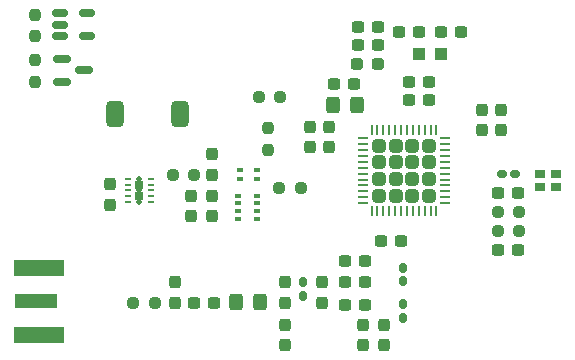
<source format=gbr>
%TF.GenerationSoftware,KiCad,Pcbnew,7.0.8*%
%TF.CreationDate,2023-12-27T18:35:18+01:00*%
%TF.ProjectId,pierwszy,70696572-7773-47a7-992e-6b696361645f,rev?*%
%TF.SameCoordinates,Original*%
%TF.FileFunction,Paste,Top*%
%TF.FilePolarity,Positive*%
%FSLAX46Y46*%
G04 Gerber Fmt 4.6, Leading zero omitted, Abs format (unit mm)*
G04 Created by KiCad (PCBNEW 7.0.8) date 2023-12-27 18:35:18*
%MOMM*%
%LPD*%
G01*
G04 APERTURE LIST*
G04 Aperture macros list*
%AMRoundRect*
0 Rectangle with rounded corners*
0 $1 Rounding radius*
0 $2 $3 $4 $5 $6 $7 $8 $9 X,Y pos of 4 corners*
0 Add a 4 corners polygon primitive as box body*
4,1,4,$2,$3,$4,$5,$6,$7,$8,$9,$2,$3,0*
0 Add four circle primitives for the rounded corners*
1,1,$1+$1,$2,$3*
1,1,$1+$1,$4,$5*
1,1,$1+$1,$6,$7*
1,1,$1+$1,$8,$9*
0 Add four rect primitives between the rounded corners*
20,1,$1+$1,$2,$3,$4,$5,0*
20,1,$1+$1,$4,$5,$6,$7,0*
20,1,$1+$1,$6,$7,$8,$9,0*
20,1,$1+$1,$8,$9,$2,$3,0*%
G04 Aperture macros list end*
%ADD10RoundRect,0.237500X-0.237500X0.300000X-0.237500X-0.300000X0.237500X-0.300000X0.237500X0.300000X0*%
%ADD11R,0.500000X0.300000*%
%ADD12RoundRect,0.237500X-0.287500X-0.237500X0.287500X-0.237500X0.287500X0.237500X-0.287500X0.237500X0*%
%ADD13RoundRect,0.237500X-0.250000X-0.237500X0.250000X-0.237500X0.250000X0.237500X-0.250000X0.237500X0*%
%ADD14RoundRect,0.237500X0.250000X0.237500X-0.250000X0.237500X-0.250000X-0.237500X0.250000X-0.237500X0*%
%ADD15RoundRect,0.237500X0.300000X0.237500X-0.300000X0.237500X-0.300000X-0.237500X0.300000X-0.237500X0*%
%ADD16RoundRect,0.237500X-0.300000X-0.237500X0.300000X-0.237500X0.300000X0.237500X-0.300000X0.237500X0*%
%ADD17RoundRect,0.237500X0.237500X-0.300000X0.237500X0.300000X-0.237500X0.300000X-0.237500X-0.300000X0*%
%ADD18RoundRect,0.160000X0.160000X-0.222500X0.160000X0.222500X-0.160000X0.222500X-0.160000X-0.222500X0*%
%ADD19RoundRect,0.250000X-0.315000X-0.315000X0.315000X-0.315000X0.315000X0.315000X-0.315000X0.315000X0*%
%ADD20RoundRect,0.062500X-0.375000X-0.062500X0.375000X-0.062500X0.375000X0.062500X-0.375000X0.062500X0*%
%ADD21RoundRect,0.062500X-0.062500X-0.375000X0.062500X-0.375000X0.062500X0.375000X-0.062500X0.375000X0*%
%ADD22RoundRect,0.375000X-0.375000X-0.725000X0.375000X-0.725000X0.375000X0.725000X-0.375000X0.725000X0*%
%ADD23RoundRect,0.237500X0.237500X-0.250000X0.237500X0.250000X-0.237500X0.250000X-0.237500X-0.250000X0*%
%ADD24R,3.600000X1.270000*%
%ADD25R,4.200000X1.350000*%
%ADD26RoundRect,0.160000X-0.222500X-0.160000X0.222500X-0.160000X0.222500X0.160000X-0.222500X0.160000X0*%
%ADD27RoundRect,0.150000X-0.512500X-0.150000X0.512500X-0.150000X0.512500X0.150000X-0.512500X0.150000X0*%
%ADD28R,0.650000X0.700000*%
%ADD29R,0.500000X0.250000*%
%ADD30C,0.500000*%
%ADD31RoundRect,0.250000X-0.325000X-0.450000X0.325000X-0.450000X0.325000X0.450000X-0.325000X0.450000X0*%
%ADD32R,0.500000X0.350000*%
%ADD33R,0.900000X0.800000*%
%ADD34RoundRect,0.160000X-0.160000X0.222500X-0.160000X-0.222500X0.160000X-0.222500X0.160000X0.222500X0*%
%ADD35RoundRect,0.250000X0.325000X0.450000X-0.325000X0.450000X-0.325000X-0.450000X0.325000X-0.450000X0*%
%ADD36RoundRect,0.150000X-0.587500X-0.150000X0.587500X-0.150000X0.587500X0.150000X-0.587500X0.150000X0*%
%ADD37R,1.050000X1.100000*%
G04 APERTURE END LIST*
D10*
%TO.C,C19*%
X140970000Y-76202200D03*
X140970000Y-77927200D03*
%TD*%
D11*
%TO.C,U3*%
X136448800Y-80657600D03*
X136448800Y-79857600D03*
X135048800Y-79857600D03*
X135048800Y-80657600D03*
%TD*%
D12*
%TO.C,L5*%
X144957800Y-70888800D03*
X146707800Y-70888800D03*
%TD*%
D13*
%TO.C,R7*%
X136605000Y-73660000D03*
X138430000Y-73660000D03*
%TD*%
D14*
%TO.C,R2*%
X140180700Y-81432400D03*
X138355700Y-81432400D03*
%TD*%
D15*
%TO.C,C4*%
X145592800Y-91271600D03*
X143867800Y-91271600D03*
%TD*%
D16*
%TO.C,C14*%
X144994600Y-69288600D03*
X146719600Y-69288600D03*
%TD*%
D17*
%TO.C,C10*%
X129516800Y-91119200D03*
X129516800Y-89394200D03*
%TD*%
D18*
%TO.C,L4*%
X148800000Y-92395000D03*
X148800000Y-91250000D03*
%TD*%
D10*
%TO.C,C24*%
X132689600Y-82067400D03*
X132689600Y-83792400D03*
%TD*%
D19*
%TO.C,U1*%
X146806000Y-77842000D03*
X146806000Y-79242000D03*
X146806000Y-80642000D03*
X146806000Y-82042000D03*
X148206000Y-77842000D03*
X148206000Y-79242000D03*
X148206000Y-80642000D03*
X148206000Y-82042000D03*
X149606000Y-77842000D03*
X149606000Y-79242000D03*
X149606000Y-80642000D03*
X149606000Y-82042000D03*
X151006000Y-77842000D03*
X151006000Y-79242000D03*
X151006000Y-80642000D03*
X151006000Y-82042000D03*
D20*
X145468500Y-77192000D03*
X145468500Y-77692000D03*
X145468500Y-78192000D03*
X145468500Y-78692000D03*
X145468500Y-79192000D03*
X145468500Y-79692000D03*
X145468500Y-80192000D03*
X145468500Y-80692000D03*
X145468500Y-81192000D03*
X145468500Y-81692000D03*
X145468500Y-82192000D03*
X145468500Y-82692000D03*
D21*
X146156000Y-83379500D03*
X146656000Y-83379500D03*
X147156000Y-83379500D03*
X147656000Y-83379500D03*
X148156000Y-83379500D03*
X148656000Y-83379500D03*
X149156000Y-83379500D03*
X149656000Y-83379500D03*
X150156000Y-83379500D03*
X150656000Y-83379500D03*
X151156000Y-83379500D03*
X151656000Y-83379500D03*
D20*
X152343500Y-82692000D03*
X152343500Y-82192000D03*
X152343500Y-81692000D03*
X152343500Y-81192000D03*
X152343500Y-80692000D03*
X152343500Y-80192000D03*
X152343500Y-79692000D03*
X152343500Y-79192000D03*
X152343500Y-78692000D03*
X152343500Y-78192000D03*
X152343500Y-77692000D03*
X152343500Y-77192000D03*
D21*
X151656000Y-76504500D03*
X151156000Y-76504500D03*
X150656000Y-76504500D03*
X150156000Y-76504500D03*
X149656000Y-76504500D03*
X149156000Y-76504500D03*
X148656000Y-76504500D03*
X148156000Y-76504500D03*
X147656000Y-76504500D03*
X147156000Y-76504500D03*
X146656000Y-76504500D03*
X146156000Y-76504500D03*
%TD*%
D16*
%TO.C,C1*%
X152012500Y-68225000D03*
X153737500Y-68225000D03*
%TD*%
D13*
%TO.C,R1*%
X125960800Y-91123700D03*
X127785800Y-91123700D03*
%TD*%
D16*
%TO.C,C21*%
X142975000Y-72575000D03*
X144700000Y-72575000D03*
%TD*%
%TO.C,C18*%
X149302300Y-73971200D03*
X151027300Y-73971200D03*
%TD*%
%TO.C,C3*%
X143892100Y-87588600D03*
X145617100Y-87588600D03*
%TD*%
D10*
%TO.C,C20*%
X142544800Y-76202200D03*
X142544800Y-77927200D03*
%TD*%
D15*
%TO.C,C2*%
X150200000Y-68225000D03*
X148475000Y-68225000D03*
%TD*%
D22*
%TO.C,L7*%
X124410000Y-75172500D03*
X129910000Y-75172500D03*
%TD*%
D10*
%TO.C,C7*%
X141962800Y-89394200D03*
X141962800Y-91119200D03*
%TD*%
D17*
%TO.C,C15*%
X155498800Y-76502600D03*
X155498800Y-74777600D03*
%TD*%
D10*
%TO.C,C6*%
X138800000Y-92979200D03*
X138800000Y-94704200D03*
%TD*%
D15*
%TO.C,C22*%
X148665100Y-85912200D03*
X146940100Y-85912200D03*
%TD*%
D18*
%TO.C,L2*%
X140375000Y-90522500D03*
X140375000Y-89377500D03*
%TD*%
D16*
%TO.C,C13*%
X144996800Y-67739200D03*
X146721800Y-67739200D03*
%TD*%
D15*
%TO.C,C5*%
X145592800Y-89392000D03*
X143867800Y-89392000D03*
%TD*%
D10*
%TO.C,C26*%
X124000000Y-81100000D03*
X124000000Y-82825000D03*
%TD*%
D23*
%TO.C,R6*%
X117700000Y-72400000D03*
X117700000Y-70575000D03*
%TD*%
D14*
%TO.C,R4*%
X131150000Y-80320000D03*
X129325000Y-80320000D03*
%TD*%
D24*
%TO.C,J1*%
X117760000Y-91005000D03*
D25*
X117960000Y-88180000D03*
X117960000Y-93830000D03*
%TD*%
D26*
%TO.C,L8*%
X157161500Y-80187800D03*
X158306500Y-80187800D03*
%TD*%
D10*
%TO.C,C8*%
X138800000Y-89400000D03*
X138800000Y-91125000D03*
%TD*%
%TO.C,C11*%
X147193000Y-92973400D03*
X147193000Y-94698400D03*
%TD*%
D27*
%TO.C,U5*%
X119805000Y-66630000D03*
X119805000Y-67580000D03*
X119805000Y-68530000D03*
X122080000Y-68530000D03*
X122080000Y-66630000D03*
%TD*%
D28*
%TO.C,U6*%
X126510000Y-81135000D03*
X126510000Y-82085000D03*
D29*
X125560000Y-80610000D03*
X125560000Y-81110000D03*
X125560000Y-81610000D03*
X125560000Y-82110000D03*
X125560000Y-82610000D03*
X127460000Y-82610000D03*
X127460000Y-82110000D03*
X127460000Y-81610000D03*
X127460000Y-81110000D03*
X127460000Y-80610000D03*
D30*
X126510000Y-80660000D03*
X126510000Y-81610000D03*
X126510000Y-82560000D03*
%TD*%
D31*
%TO.C,L3*%
X134700000Y-91075000D03*
X136750000Y-91075000D03*
%TD*%
D23*
%TO.C,R3*%
X137363200Y-78155800D03*
X137363200Y-76330800D03*
%TD*%
D32*
%TO.C,U2*%
X136448800Y-82042000D03*
X136448800Y-82692000D03*
X136448800Y-83342000D03*
X136448800Y-83992000D03*
X134848800Y-83992000D03*
X134848800Y-83342000D03*
X134848800Y-82692000D03*
X134848800Y-82042000D03*
%TD*%
D23*
%TO.C,R5*%
X117700000Y-68550000D03*
X117700000Y-66725000D03*
%TD*%
D16*
%TO.C,C17*%
X149302300Y-72421800D03*
X151027300Y-72421800D03*
%TD*%
%TO.C,C27*%
X156871500Y-81813400D03*
X158596500Y-81813400D03*
%TD*%
D33*
%TO.C,Y2*%
X161798000Y-80187800D03*
X160398000Y-80187800D03*
X160398000Y-81287800D03*
X161798000Y-81287800D03*
%TD*%
D34*
%TO.C,L1*%
X148800000Y-88170500D03*
X148800000Y-89315500D03*
%TD*%
D10*
%TO.C,C12*%
X145440400Y-92973400D03*
X145440400Y-94698400D03*
%TD*%
D15*
%TO.C,C9*%
X132850000Y-91100000D03*
X131125000Y-91100000D03*
%TD*%
D16*
%TO.C,C28*%
X156871500Y-86690200D03*
X158596500Y-86690200D03*
%TD*%
D35*
%TO.C,L6*%
X144902000Y-74345800D03*
X142852000Y-74345800D03*
%TD*%
D17*
%TO.C,C16*%
X157149800Y-76502600D03*
X157149800Y-74777600D03*
%TD*%
D10*
%TO.C,C25*%
X130867500Y-82050000D03*
X130867500Y-83775000D03*
%TD*%
D36*
%TO.C,D1*%
X119960000Y-70500000D03*
X119960000Y-72400000D03*
X121835000Y-71450000D03*
%TD*%
D14*
%TO.C,R9*%
X158646500Y-85064600D03*
X156821500Y-85064600D03*
%TD*%
D10*
%TO.C,C23*%
X132689600Y-78564400D03*
X132689600Y-80289400D03*
%TD*%
D37*
%TO.C,Y1*%
X150175000Y-70075000D03*
X152025000Y-70075000D03*
%TD*%
D14*
%TO.C,R8*%
X158646500Y-83439000D03*
X156821500Y-83439000D03*
%TD*%
M02*

</source>
